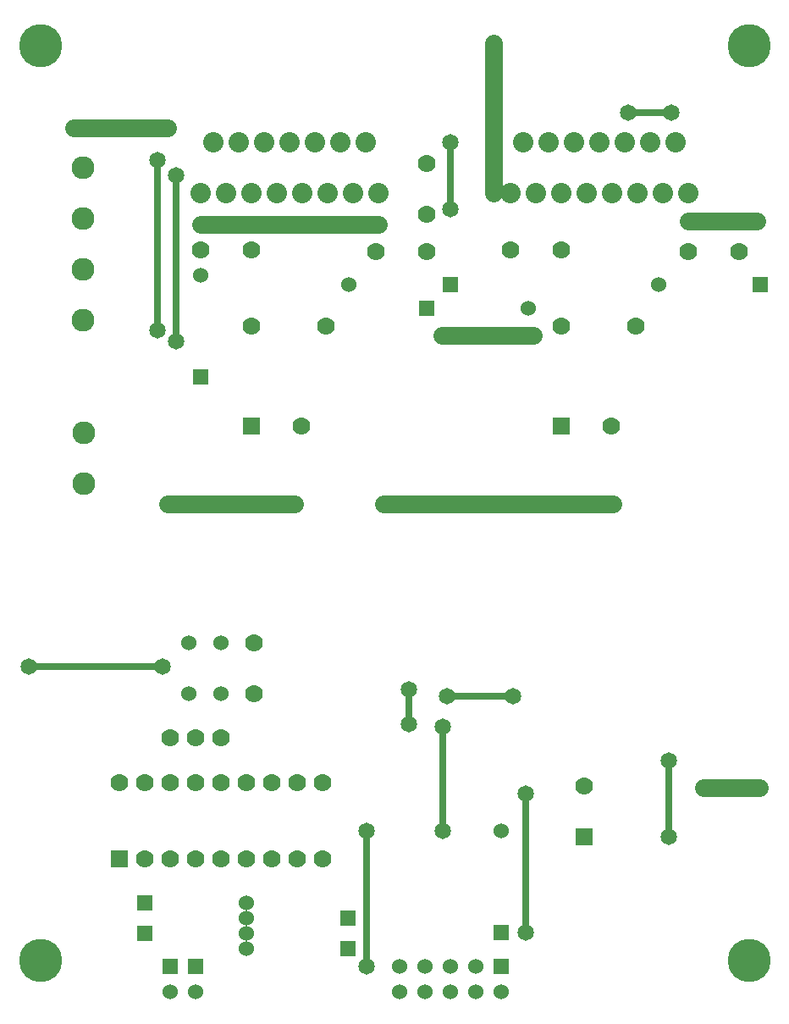
<source format=gbr>
G04 Title: (unknown), layergroup #2 *
G04 Creator: pcb-bin 20050315 *
G04 CreationDate: Thu Jun  9 05:21:42 2005 UTC *
G04 For: alan *
G04 Format: Gerber/RS-274X *
G04 PCB-Dimensions: 300000 390000 *
G04 PCB-Coordinate-Origin: lower left *
%MOIN*%
%FSLAX24Y24*%
G04 contains layers component (3) GND-comp (4) Vcc-comp (5) *
%IPPOS*%
%ADD11C,0.0250*%
%ADD12C,0.0450*%
%ADD13C,0.0850*%
%ADD14C,0.0700*%
%ADD15C,0.1100*%
%ADD16C,0.0750*%
%ADD17C,0.0810*%
%ADD18C,0.0870*%
%ADD19C,0.1850*%
%ADD20C,0.1270*%
%ADD21C,0.1030*%
%ADD22C,0.0690*%
%ADD23C,0.1470*%
%ADD24C,0.1630*%
%ADD25C,0.1770*%
%ADD26C,0.1400*%
%ADD27R,0.0700X0.0700*%
%ADD28C,0.1000X0.0700*%
%ADD29C,0.1000*%
%ADD30C,0.0100*%
%ADD31C,0.0080*%
%ADD32C,0.0150*%
%ADD33C,0.0210*%
%AMTHERM1*7,0,0,0.0900,0.0700,0.0210,45*%
%ADD34THERM1*%
%ADD35R,0.0600X0.0600*%
%ADD36C,0.0600*%
%ADD37C,0.0200*%
%ADD38R,0.0660X0.0660*%
%ADD39C,0.0660*%
%ADD40C,0.0900*%
%ADD41C,0.0900X0.0700*%
%ADD42R,0.0900X0.0900X0.0700X0.0700*%
%ADD43R,0.0900X0.0900*%
%AMTHERM2*7,0,0,0.0900,0.0600,0.0200,45*%
%ADD44THERM2*%
%AMTHERM3*7,0,0,0.0840,0.0700,0.0210,45*%
%ADD45THERM3*%
%ADD46C,0.0901*%
%ADD47C,0.0800*%
%ADD48C,0.1000X0.0800*%
%ADD49C,0.0128*%
%ADD50C,0.0084*%
%ADD51C,0.0650*%
%ADD52C,0.1700*%
%ADD53C,0.1080*%
%ADD54C,0.1080X0.0650*%
%ADD55C,0.0225*%
%AMTHERM4*7,0,0,0.0900,0.0650,0.0225,45*%
%ADD56THERM4*%
%ADD57C,0.0900X0.0650*%
%ADD58C,0.1060*%
%ADD59C,0.1060X0.0650*%
%ADD60C,0.1160*%
%ADD61C,0.1160X0.0650*%
%LNGROUP_1*%
%LPD*%
G01X0Y0D02*
G54D14*X27150Y8850D02*X29350D01*
G54D11*X20150Y8600D02*Y3150D01*
X17050Y12450D02*X19650D01*
X16900Y11250D02*Y7150D01*
G54D14*X16850Y26650D02*X20450D01*
G54D11*X15550Y12700D02*Y11350D01*
G54D14*X6050Y20000D02*X11050D01*
G54D11*X17200Y34250D02*Y31600D01*
X25800Y6900D02*Y9900D01*
X6400Y26400D02*Y32950D01*
X13900Y1800D02*Y7150D01*
X5650Y33550D02*Y26850D01*
G54D14*X18900Y32250D02*Y38150D01*
X7350Y31000D02*X14350D01*
X26550Y31150D02*X29250D01*
X14550Y20000D02*X23600D01*
G54D11*X24200Y35400D02*X25900D01*
X600Y13600D02*X5850D01*
G54D14*X2350Y34800D02*X6050D01*
G54D27*X22450Y6900D03*
G54D14*Y8900D03*
X8150Y10800D03*
X7150D03*
X6150D03*
X9450Y14550D03*
Y12550D03*
G54D35*X13150Y2500D03*
G54D36*X9150D03*
G54D35*X5150Y3100D03*
G54D36*X9150D03*
G54D35*X5150Y4300D03*
G54D36*X9150D03*
G54D35*X7150Y1800D03*
G54D36*Y800D03*
G54D35*X13150Y3700D03*
G54D36*X9150D03*
G54D27*X4150Y6050D03*
G54D14*X5150D03*
X6150D03*
X7150D03*
X8150D03*
X9150D03*
X10150D03*
X11150D03*
X12150D03*
Y9050D03*
X11150D03*
X10150D03*
X9150D03*
X8150D03*
X7150D03*
X6150D03*
X5150D03*
X4150D03*
G54D35*X19200Y1800D03*
G54D36*Y800D03*
X18200Y1800D03*
Y800D03*
X17200Y1800D03*
Y800D03*
X16200Y1800D03*
Y800D03*
X15200Y1800D03*
Y800D03*
X8150Y12550D03*
Y14550D03*
G54D35*X6150Y1800D03*
G54D36*Y800D03*
G54D40*X2750Y20800D03*
Y22800D03*
G54D14*X12302Y27014D03*
X9354Y27015D03*
X9350Y30000D03*
X7350D03*
X16250Y31400D03*
Y33400D03*
X23525Y23059D03*
G54D27*X21556D03*
G54D35*X17200Y28650D03*
G54D36*X13200D03*
G54D14*X16250Y29950D03*
X14250D03*
X28550D03*
X26550D03*
X11325Y23059D03*
G54D27*X9356D03*
G54D35*X29400Y28650D03*
G54D36*X25400D03*
G54D35*X19200Y3150D03*
G54D36*Y7150D03*
G54D14*X21550Y30000D03*
X19550D03*
G54D40*X2736Y27231D03*
Y29231D03*
Y31231D03*
Y33231D03*
G54D14*X24502Y27014D03*
X21554Y27015D03*
G54D36*X6900Y14550D03*
Y12550D03*
G54D47*X7350Y32250D03*
X7850Y34250D03*
X8350Y32250D03*
X8850Y34250D03*
X9350Y32250D03*
X9850Y34250D03*
X10350Y32250D03*
X10850Y34250D03*
X11350Y32250D03*
X11850Y34250D03*
X12350Y32250D03*
X12850Y34250D03*
X13350Y32250D03*
X13850Y34250D03*
X14350Y32250D03*
G54D35*X16250Y27700D03*
G54D36*X20250D03*
G54D35*X7350Y25000D03*
G54D36*Y29000D03*
G54D47*X19550Y32250D03*
X20050Y34250D03*
X20550Y32250D03*
X21050Y34250D03*
X21550Y32250D03*
X22050Y34250D03*
X22550Y32250D03*
X23050Y34250D03*
X23550Y32250D03*
X24050Y34250D03*
X24550Y32250D03*
X25050Y34250D03*
X25550Y32250D03*
X26050Y34250D03*
X26550Y32250D03*
G54D51*X13900Y1800D03*
X15550Y11350D03*
X5650Y33550D03*
X6400Y32950D03*
X5650Y26850D03*
X6400Y26400D03*
X14350Y31000D03*
G54D52*X1050Y2050D03*
G54D51*X17200Y34250D03*
Y31600D03*
X25900Y35400D03*
X20450Y26650D03*
X16850D03*
X18900Y32250D03*
Y38150D03*
X7350Y31000D03*
X29250Y31150D03*
X26550D03*
X15550Y12700D03*
G54D52*X1050Y38050D03*
G54D51*X29350Y8850D03*
G54D52*X28950Y2050D03*
G54D51*X6050Y20000D03*
X11050D03*
X14550D03*
X23600D03*
X19650Y12450D03*
X24200Y35400D03*
G54D52*X28950Y38050D03*
G54D51*X27150Y8850D03*
X2350Y34800D03*
X6050D03*
X600Y13600D03*
X13900Y7150D03*
X5850Y13600D03*
X16900Y11250D03*
Y7150D03*
X20150Y3150D03*
Y8600D03*
X17050Y12450D03*
X25800Y9900D03*
Y6900D03*
M02*

</source>
